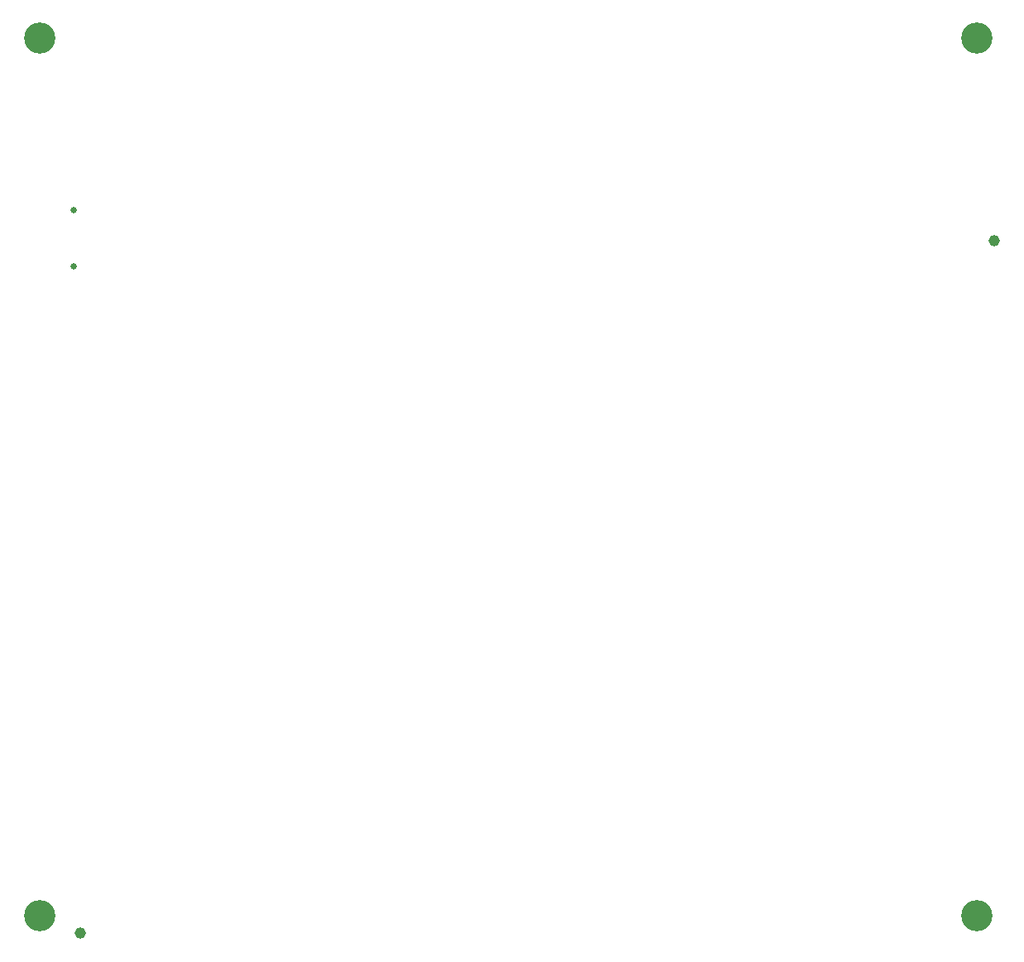
<source format=gbr>
%TF.GenerationSoftware,Altium Limited,Altium Designer,21.9.2 (33)*%
G04 Layer_Color=0*
%FSLAX45Y45*%
%MOMM*%
%TF.SameCoordinates,9F934031-F859-43C4-9D29-15814C5376A4*%
%TF.FilePolarity,Positive*%
%TF.FileFunction,NonPlated,1,4,NPTH,Drill*%
%TF.Part,Single*%
G01*
G75*
%TA.AperFunction,OtherDrill,Pad Free-TH (-77.6mm,-56.4mm)*%
%ADD102C,1.15200*%
%TA.AperFunction,OtherDrill,Pad Free-TH (15.9mm,14.5mm)*%
%ADD103C,1.15200*%
%TA.AperFunction,ComponentDrill*%
%ADD104C,0.65000*%
%TA.AperFunction,OtherDrill,Pad Free-1 (14.12mm,-54.59mm)*%
%ADD105C,3.20000*%
%TA.AperFunction,OtherDrill,Pad Free-1 (14.12mm,35.21mm)*%
%ADD106C,3.20000*%
%TA.AperFunction,OtherDrill,Pad Free-1 (-81.68mm,35.21mm)*%
%ADD107C,3.20000*%
%TA.AperFunction,OtherDrill,Pad Free-1 (-81.68mm,-54.59mm)*%
%ADD108C,3.20000*%
D102*
X-7760000Y-5640000D02*
D03*
D103*
X1590000Y1450000D02*
D03*
D104*
X-7821800Y1766500D02*
D03*
Y1188500D02*
D03*
D105*
X1412000Y-5459000D02*
D03*
D106*
Y3521000D02*
D03*
D107*
X-8168000D02*
D03*
D108*
Y-5459000D02*
D03*
%TF.MD5,6a596c2f7dd4fe7e0ca4341b079c4b24*%
M02*

</source>
